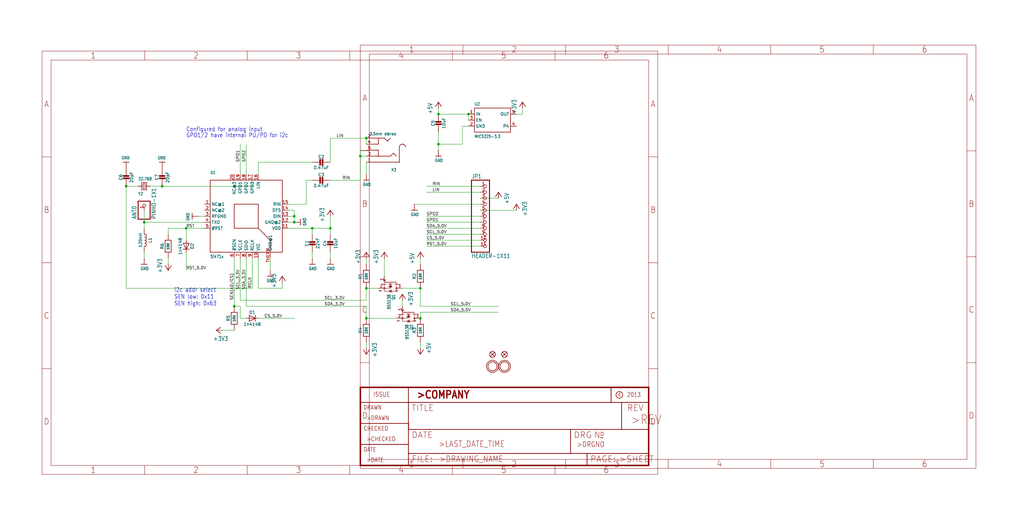
<source format=kicad_sch>
(kicad_sch (version 20211123) (generator eeschema)
  (paper "User" 433.07 220.421)
  (lib_symbols
    (symbol "schematicEagle-eagle-import:+3V3" (power)
      (property "Value" "+3V3" (at -2.54 -5.08 90))
      (symbol "+3V3_1_0"
        (polyline (pts (xy 0 0) (xy -1.27 -1.905)) (stroke (width 0.254)))
        (polyline (pts (xy 1.27 -1.905) (xy 0 0)) (stroke (width 0.254)))
        (pin power_in line (at 0 -2.54 90) (length 2.54) (name "+3V3") (number "1"))
      )
    )
    (symbol "schematicEagle-eagle-import:+5V" (power)
      (property "Value" "+5V" (at -2.54 -5.08 90))
      (symbol "+5V_1_0"
        (polyline (pts (xy 0 0) (xy -1.27 -1.905)) (stroke (width 0.254)))
        (polyline (pts (xy 1.27 -1.905) (xy 0 0)) (stroke (width 0.254)))
        (pin power_in line (at 0 -2.54 90) (length 2.54) (name "+5V") (number "1"))
      )
    )
    (symbol "schematicEagle-eagle-import:AUDIO_3.5MMJACK"
      (property "Reference" "X" (at -5.08 7.62 0))
      (property "Value" "AUDIO_3.5MMJACK" (at -5.08 -7.62 0))
      (symbol "AUDIO_3.5MMJACK_1_0"
        (arc (start -8.89 -1.27) (mid -8.518 -2.168) (end -7.62 -2.54) (stroke (width 0.254)))
        (arc (start -7.62 -2.54) (mid -6.722 -2.168) (end -6.35 -1.27) (stroke (width 0.254)))
        (polyline (pts (xy -6.35 5.08) (xy -6.35 -1.27)) (stroke (width 0.254)))
        (polyline (pts (xy -3.81 1.27) (xy -5.08 2.54)) (stroke (width 0.254)))
        (polyline (pts (xy -2.54 2.54) (xy -3.81 1.27)) (stroke (width 0.254)))
        (polyline (pts (xy -1.27 -3.81) (xy -2.54 -5.08)) (stroke (width 0.254)))
        (polyline (pts (xy 0 -5.08) (xy -1.27 -3.81)) (stroke (width 0.254)))
        (polyline (pts (xy 2.54 -5.08) (xy 0 -5.08)) (stroke (width 0.254)))
        (polyline (pts (xy 2.54 -2.54) (xy 2.54 -5.08)) (stroke (width 0.254)))
        (polyline (pts (xy 2.54 0) (xy 2.54 2.54)) (stroke (width 0.254)))
        (polyline (pts (xy 2.54 2.54) (xy -2.54 2.54)) (stroke (width 0.254)))
        (polyline (pts (xy 5.08 -5.08) (xy 2.54 -5.08)) (stroke (width 0.254)))
        (polyline (pts (xy 5.08 -2.54) (xy 2.54 -2.54)) (stroke (width 0.254)))
        (polyline (pts (xy 5.08 0) (xy 2.54 0)) (stroke (width 0.254)))
        (polyline (pts (xy 5.08 2.54) (xy 2.54 2.54)) (stroke (width 0.254)))
        (polyline (pts (xy 5.08 5.08) (xy -6.35 5.08)) (stroke (width 0.254)))
        (pin bidirectional line (at 7.62 5.08 180) (length 2.54) (name "P$1") (number "1"))
        (pin bidirectional line (at 7.62 -5.08 180) (length 2.54) (name "P$5") (number "2"))
        (pin bidirectional line (at 7.62 2.54 180) (length 2.54) (name "P$2") (number "3"))
        (pin bidirectional line (at 7.62 -2.54 180) (length 2.54) (name "P$4") (number "4"))
        (pin bidirectional line (at 7.62 0 180) (length 2.54) (name "P$3") (number "5"))
      )
    )
    (symbol "schematicEagle-eagle-import:CAP_CERAMIC0805-NOOUTLINE"
      (property "Reference" "C" (at -2.29 1.25 90))
      (property "Value" "CAP_CERAMIC0805-NOOUTLINE" (at 2.3 1.25 90))
      (symbol "CAP_CERAMIC0805-NOOUTLINE_1_0"
        (rectangle (start -1.27 0.508) (end 1.27 1.016) (fill (type outline)))
        (rectangle (start -1.27 1.524) (end 1.27 2.032) (fill (type outline)))
        (polyline (pts (xy 0 0.762) (xy 0 0)) (stroke (width 0.1524)))
        (polyline (pts (xy 0 2.54) (xy 0 1.778)) (stroke (width 0.1524)))
        (pin passive line (at 0 5.08 270) (length 2.54) (name "1") (number "1"))
        (pin passive line (at 0 -2.54 90) (length 2.54) (name "2") (number "2"))
      )
    )
    (symbol "schematicEagle-eagle-import:CRYSTAL8.0X3.8"
      (property "Reference" "Y" (at -2.54 2.54 0))
      (property "Value" "CRYSTAL8.0X3.8" (at -2.54 -3.81 0))
      (symbol "CRYSTAL8.0X3.8_1_0"
        (polyline (pts (xy -2.54 0) (xy -1.016 0)) (stroke (width 0.254)))
        (polyline (pts (xy -1.016 0) (xy -1.016 -1.778)) (stroke (width 0.254)))
        (polyline (pts (xy -1.016 1.778) (xy -1.016 0)) (stroke (width 0.254)))
        (polyline (pts (xy -0.381 -1.524) (xy 0.381 -1.524)) (stroke (width 0.254)))
        (polyline (pts (xy -0.381 1.524) (xy -0.381 -1.524)) (stroke (width 0.254)))
        (polyline (pts (xy 0.381 -1.524) (xy 0.381 1.524)) (stroke (width 0.254)))
        (polyline (pts (xy 0.381 1.524) (xy -0.381 1.524)) (stroke (width 0.254)))
        (polyline (pts (xy 1.016 0) (xy 1.016 -1.778)) (stroke (width 0.254)))
        (polyline (pts (xy 1.016 1.778) (xy 1.016 0)) (stroke (width 0.254)))
        (polyline (pts (xy 2.54 0) (xy 1.016 0)) (stroke (width 0.254)))
        (pin passive line (at -2.54 0 0) (length 0) (name "1") (number "P$1"))
        (pin passive line (at 2.54 0 180) (length 0) (name "2") (number "P$4"))
      )
    )
    (symbol "schematicEagle-eagle-import:DIODESOD-323"
      (property "Reference" "D" (at 0 2.54 0))
      (property "Value" "DIODESOD-323" (at 0 -2.5 0))
      (symbol "DIODESOD-323_1_0"
        (polyline (pts (xy -1.27 -1.27) (xy 1.27 0)) (stroke (width 0.254)))
        (polyline (pts (xy -1.27 1.27) (xy -1.27 -1.27)) (stroke (width 0.254)))
        (polyline (pts (xy 1.27 0) (xy -1.27 1.27)) (stroke (width 0.254)))
        (polyline (pts (xy 1.27 0) (xy 1.27 -1.27)) (stroke (width 0.254)))
        (polyline (pts (xy 1.27 1.27) (xy 1.27 0)) (stroke (width 0.254)))
        (pin passive line (at -2.54 0 0) (length 2.54) (name "A") (number "A"))
        (pin passive line (at 2.54 0 180) (length 2.54) (name "C") (number "C"))
      )
    )
    (symbol "schematicEagle-eagle-import:FIDUCIAL{dblquote}{dblquote}"
      (symbol "FIDUCIAL{dblquote}{dblquote}_1_0"
        (polyline (pts (xy -0.762 0.762) (xy 0.762 -0.762)) (stroke (width 0.254)))
        (polyline (pts (xy 0.762 0.762) (xy -0.762 -0.762)) (stroke (width 0.254)))
        (circle (center 0 0) (radius 1.27) (stroke (width 0.254)))
      )
    )
    (symbol "schematicEagle-eagle-import:FRAME_A4"
      (symbol "FRAME_A4_0_0"
        (polyline (pts (xy 0 44.7675) (xy 3.81 44.7675)))
        (polyline (pts (xy 0 89.535) (xy 3.81 89.535)))
        (polyline (pts (xy 0 134.3025) (xy 3.81 134.3025)))
        (polyline (pts (xy 3.81 3.81) (xy 3.81 175.26)))
        (polyline (pts (xy 43.3917 0) (xy 43.3917 3.81)))
        (polyline (pts (xy 43.3917 175.26) (xy 43.3917 179.07)))
        (polyline (pts (xy 86.7833 0) (xy 86.7833 3.81)))
        (polyline (pts (xy 86.7833 175.26) (xy 86.7833 179.07)))
        (polyline (pts (xy 130.175 0) (xy 130.175 3.81)))
        (polyline (pts (xy 130.175 175.26) (xy 130.175 179.07)))
        (polyline (pts (xy 173.5667 0) (xy 173.5667 3.81)))
        (polyline (pts (xy 173.5667 175.26) (xy 173.5667 179.07)))
        (polyline (pts (xy 216.9583 0) (xy 216.9583 3.81)))
        (polyline (pts (xy 216.9583 175.26) (xy 216.9583 179.07)))
        (polyline (pts (xy 256.54 3.81) (xy 3.81 3.81)))
        (polyline (pts (xy 256.54 3.81) (xy 256.54 175.26)))
        (polyline (pts (xy 256.54 44.7675) (xy 260.35 44.7675)))
        (polyline (pts (xy 256.54 89.535) (xy 260.35 89.535)))
        (polyline (pts (xy 256.54 134.3025) (xy 260.35 134.3025)))
        (polyline (pts (xy 256.54 175.26) (xy 3.81 175.26)))
        (polyline (pts (xy 0 0) (xy 260.35 0) (xy 260.35 179.07) (xy 0 179.07) (xy 0 0)))
        (text "1" (at 21.6958 1.905 0) (effects (font (size 2.54 2.286))))
        (text "1" (at 21.6958 177.165 0) (effects (font (size 2.54 2.286))))
        (text "2" (at 65.0875 1.905 0) (effects (font (size 2.54 2.286))))
        (text "2" (at 65.0875 177.165 0) (effects (font (size 2.54 2.286))))
        (text "3" (at 108.4792 1.905 0) (effects (font (size 2.54 2.286))))
        (text "3" (at 108.4792 177.165 0) (effects (font (size 2.54 2.286))))
        (text "4" (at 151.8708 1.905 0) (effects (font (size 2.54 2.286))))
        (text "4" (at 151.8708 177.165 0) (effects (font (size 2.54 2.286))))
        (text "5" (at 195.2625 1.905 0) (effects (font (size 2.54 2.286))))
        (text "5" (at 195.2625 177.165 0) (effects (font (size 2.54 2.286))))
        (text "6" (at 238.6542 1.905 0) (effects (font (size 2.54 2.286))))
        (text "6" (at 238.6542 177.165 0) (effects (font (size 2.54 2.286))))
        (text "A" (at 1.905 156.6863 0) (effects (font (size 2.54 2.286))))
        (text "A" (at 258.445 156.6863 0) (effects (font (size 2.54 2.286))))
        (text "B" (at 1.905 111.9188 0) (effects (font (size 2.54 2.286))))
        (text "B" (at 258.445 111.9188 0) (effects (font (size 2.54 2.286))))
        (text "C" (at 1.905 67.1513 0) (effects (font (size 2.54 2.286))))
        (text "C" (at 258.445 67.1513 0) (effects (font (size 2.54 2.286))))
        (text "D" (at 1.905 22.3838 0) (effects (font (size 2.54 2.286))))
        (text "D" (at 258.445 22.3838 0) (effects (font (size 2.54 2.286))))
      )
      (symbol "FRAME_A4_1_0"
        (polyline (pts (xy 256.54 3.81) (xy 256.54 8.89)) (stroke (width 0.1016)))
        (polyline (pts (xy 256.54 8.89) (xy 256.54 13.97)) (stroke (width 0.1016)))
        (polyline (pts (xy 256.54 13.97) (xy 256.54 19.05)) (stroke (width 0.1016)))
        (polyline (pts (xy 256.54 19.05) (xy 256.54 36.83)) (stroke (width 0.1016)))
      )
      (symbol "FRAME_A4_2_0"
        (polyline (pts (xy 1.27 -6.35) (xy 1.27 0)) (stroke (width 0.1016)))
        (polyline (pts (xy 1.27 0) (xy 82.55 0)) (stroke (width 0.1016)))
        (polyline (pts (xy 82.55 -6.35) (xy 1.27 -6.35)) (stroke (width 0.1016)))
        (polyline (pts (xy 82.55 0) (xy 82.55 -6.35)) (stroke (width 0.1016)))
        (text "PART OR WHOLE IS STRICTLY PROHIBITED WITHOUT WRITTEN PERMISSION!" (at 3.81 -5.08 0) (effects (font (size 1.27 1.0795)) (justify left bottom)))
        (text "PROPRIETARY" (at 3.81 -10.16 0) (effects (font (size 2.54 2.159) (thickness 0.4318) bold) (justify left bottom)))
        (text "THIS DRAWING CONTAINS CONFIDENTIAL INFORMATION. ANY REPRODUCTION IN" (at 3.81 -2.794 0) (effects (font (size 1.27 1.0795)) (justify left bottom)))
      )
      (symbol "FRAME_A4_3_0"
        (polyline (pts (xy 0 1.27) (xy 20.32 1.27)) (stroke (width 0.6096)))
        (polyline (pts (xy 0 10.16) (xy 0 1.27)) (stroke (width 0.6096)))
        (polyline (pts (xy 0 10.16) (xy 20.32 10.16)) (stroke (width 0.3048)))
        (polyline (pts (xy 0 19.05) (xy 0 10.16)) (stroke (width 0.6096)))
        (polyline (pts (xy 0 19.05) (xy 20.32 19.05)) (stroke (width 0.3048)))
        (polyline (pts (xy 0 27.94) (xy 0 19.05)) (stroke (width 0.6096)))
        (polyline (pts (xy 0 27.94) (xy 20.32 27.94)) (stroke (width 0.3048)))
        (polyline (pts (xy 0 34.29) (xy 0 27.94)) (stroke (width 0.6096)))
        (polyline (pts (xy 20.32 1.27) (xy 20.32 6.35)) (stroke (width 0.3048)))
        (polyline (pts (xy 20.32 1.27) (xy 95.885 1.27)) (stroke (width 0.6096)))
        (polyline (pts (xy 20.32 6.35) (xy 20.32 10.16)) (stroke (width 0.3048)))
        (polyline (pts (xy 20.32 6.35) (xy 88.9 6.35)) (stroke (width 0.3048)))
        (polyline (pts (xy 20.32 10.16) (xy 20.32 19.05)) (stroke (width 0.3048)))
        (polyline (pts (xy 20.32 16.51) (xy 20.32 19.05)) (stroke (width 0.3048)))
        (polyline (pts (xy 20.32 19.05) (xy 20.32 27.94)) (stroke (width 0.3048)))
        (polyline (pts (xy 20.32 27.94) (xy 20.32 34.29)) (stroke (width 0.3048)))
        (polyline (pts (xy 20.32 27.94) (xy 65.0875 27.94)) (stroke (width 0.3048)))
        (polyline (pts (xy 20.32 34.29) (xy 0 34.29)) (stroke (width 0.6096)))
        (polyline (pts (xy 65.0875 27.94) (xy 106.045 27.94)) (stroke (width 0.3048)))
        (polyline (pts (xy 65.0875 34.29) (xy 20.32 34.29)) (stroke (width 0.6096)))
        (polyline (pts (xy 88.9 6.35) (xy 95.885 6.35)) (stroke (width 0.3048)))
        (polyline (pts (xy 88.9 16.51) (xy 20.32 16.51)) (stroke (width 0.3048)))
        (polyline (pts (xy 88.9 16.51) (xy 88.9 6.35)) (stroke (width 0.3048)))
        (polyline (pts (xy 95.885 1.27) (xy 121.92 1.27)) (stroke (width 0.6096)))
        (polyline (pts (xy 95.885 6.35) (xy 95.885 1.27)) (stroke (width 0.3048)))
        (polyline (pts (xy 95.885 6.35) (xy 121.92 6.35)) (stroke (width 0.3048)))
        (polyline (pts (xy 101.6 13.0175) (xy 102.5525 13.0175)) (stroke (width 0.254)))
        (polyline (pts (xy 106.045 27.94) (xy 106.045 34.29)) (stroke (width 0.3048)))
        (polyline (pts (xy 106.045 27.94) (xy 110.49 27.94)) (stroke (width 0.3048)))
        (polyline (pts (xy 106.045 34.29) (xy 65.0875 34.29)) (stroke (width 0.6096)))
        (polyline (pts (xy 110.49 16.51) (xy 88.9 16.51)) (stroke (width 0.3048)))
        (polyline (pts (xy 110.49 27.94) (xy 110.49 16.51)) (stroke (width 0.3048)))
        (polyline (pts (xy 110.49 27.94) (xy 113.03 27.94)) (stroke (width 0.3048)))
        (polyline (pts (xy 113.03 27.94) (xy 121.92 27.94)) (stroke (width 0.3048)))
        (polyline (pts (xy 113.03 34.29) (xy 106.045 34.29)) (stroke (width 0.6096)))
        (polyline (pts (xy 121.92 6.35) (xy 121.92 1.27)) (stroke (width 0.6096)))
        (polyline (pts (xy 121.92 16.51) (xy 110.49 16.51)) (stroke (width 0.3048)))
        (polyline (pts (xy 121.92 16.51) (xy 121.92 6.35)) (stroke (width 0.6096)))
        (polyline (pts (xy 121.92 27.94) (xy 121.92 16.51)) (stroke (width 0.6096)))
        (polyline (pts (xy 121.92 34.29) (xy 113.03 34.29)) (stroke (width 0.6096)))
        (polyline (pts (xy 121.92 34.29) (xy 121.92 27.94)) (stroke (width 0.6096)))
        (circle (center 109.5375 31.115) (radius 1.4199) (stroke (width 0.254)))
        (text "2013" (at 112.7125 30.1625 0) (effects (font (size 1.778 1.5113)) (justify left bottom)))
        (text ">CHECKED" (at 2.54 11.43 0) (effects (font (size 1.778 1.5113)) (justify left bottom)))
        (text ">COMPANY" (at 23.6538 29.3687 0) (effects (font (size 3.175 2.6987) (thickness 0.5397) bold) (justify left bottom)))
        (text ">DATE" (at 2.54 2.54 0) (effects (font (size 1.778 1.5113)) (justify left bottom)))
        (text ">DRAWING_NAME" (at 33.3375 2.54 0) (effects (font (size 2.54 2.159)) (justify left bottom)))
        (text ">DRAWN" (at 2.54 20.32 0) (effects (font (size 1.778 1.5113)) (justify left bottom)))
        (text ">DRGNO" (at 91.44 8.89 0) (effects (font (size 2.1844 1.8567)) (justify left bottom)))
        (text ">LAST_DATE_TIME" (at 33.02 8.89 0) (effects (font (size 2.54 2.159)) (justify left bottom)))
        (text ">REV" (at 114.3 18.415 0) (effects (font (size 3.81 3.2385)) (justify left bottom)))
        (text ">SHEET" (at 109.22 2.54 0) (effects (font (size 2.54 2.54)) (justify left bottom)))
        (text "C" (at 109.0612 30.48 0) (effects (font (size 1.27 1.0795)) (justify left bottom)))
        (text "CHECKED" (at 1.27 15.875 0) (effects (font (size 1.778 1.5113)) (justify left bottom)))
        (text "DATE" (at 1.27 6.985 0) (effects (font (size 1.778 1.5113)) (justify left bottom)))
        (text "DATE" (at 21.59 12.7 0) (effects (font (size 2.54 2.54)) (justify left bottom)))
        (text "DRAWN" (at 1.27 24.765 0) (effects (font (size 1.778 1.5113)) (justify left bottom)))
        (text "DRG" (at 90.17 12.7 0) (effects (font (size 2.54 2.54)) (justify left bottom)))
        (text "FILE:" (at 21.59 2.54 0) (effects (font (size 2.54 2.54)) (justify left bottom)))
        (text "ISSUE" (at 5.3975 30.1625 0) (effects (font (size 1.9304 1.6408)) (justify left bottom)))
        (text "N" (at 98.7425 12.7 0) (effects (font (size 2.54 2.54)) (justify left bottom)))
        (text "o" (at 101.2825 13.6525 0) (effects (font (size 2.1844 1.8567)) (justify left bottom)))
        (text "PAGE:" (at 97.155 2.54 0) (effects (font (size 2.54 2.54)) (justify left bottom)))
        (text "REV" (at 112.7125 24.13 0) (effects (font (size 2.54 2.54)) (justify left bottom)))
        (text "TITLE" (at 21.59 24.13 0) (effects (font (size 2.54 2.54)) (justify left bottom)))
      )
    )
    (symbol "schematicEagle-eagle-import:GND" (power)
      (property "Value" "GND" (at -1.524 -2.54 0))
      (symbol "GND_1_0"
        (polyline (pts (xy -1.27 0) (xy 1.27 0)) (stroke (width 0.254)))
        (pin power_in line (at 0 2.54 270) (length 2.54) (name "GND") (number "1"))
      )
    )
    (symbol "schematicEagle-eagle-import:HEADER-1X11"
      (property "Reference" "JP" (at -6.35 15.875 0))
      (property "Value" "HEADER-1X11" (at -6.35 -17.78 0))
      (symbol "HEADER-1X11_1_0"
        (polyline (pts (xy -6.35 -15.24) (xy 1.27 -15.24)) (stroke (width 0.4064)))
        (polyline (pts (xy -6.35 15.24) (xy -6.35 -15.24)) (stroke (width 0.4064)))
        (polyline (pts (xy 1.27 -15.24) (xy 1.27 15.24)) (stroke (width 0.4064)))
        (polyline (pts (xy 1.27 15.24) (xy -6.35 15.24)) (stroke (width 0.4064)))
        (pin passive inverted (at -2.54 12.7 0) (length 2.54) (name "1") (number "1"))
        (pin passive inverted (at -2.54 -10.16 0) (length 2.54) (name "10") (number "10"))
        (pin passive inverted (at -2.54 -12.7 0) (length 2.54) (name "11") (number "11"))
        (pin passive inverted (at -2.54 10.16 0) (length 2.54) (name "2") (number "2"))
        (pin passive inverted (at -2.54 7.62 0) (length 2.54) (name "3") (number "3"))
        (pin passive inverted (at -2.54 5.08 0) (length 2.54) (name "4") (number "4"))
        (pin passive inverted (at -2.54 2.54 0) (length 2.54) (name "5") (number "5"))
        (pin passive inverted (at -2.54 0 0) (length 2.54) (name "6") (number "6"))
        (pin passive inverted (at -2.54 -2.54 0) (length 2.54) (name "7") (number "7"))
        (pin passive inverted (at -2.54 -5.08 0) (length 2.54) (name "8") (number "8"))
        (pin passive inverted (at -2.54 -7.62 0) (length 2.54) (name "9") (number "9"))
      )
    )
    (symbol "schematicEagle-eagle-import:INDUCTOR_0805"
      (property "Reference" "L" (at 0 2.54 0))
      (property "Value" "INDUCTOR_0805" (at 0 -1.54 0))
      (symbol "INDUCTOR_0805_1_0"
        (arc (start -1.27 0.3175) (mid -1.905 0.9524) (end -2.54 0.3175) (stroke (width 0.254)))
        (polyline (pts (xy -2.54 0.3175) (xy -2.54 0)) (stroke (width 0.254)))
        (polyline (pts (xy 2.54 0.3175) (xy 2.54 0)) (stroke (width 0.254)))
        (arc (start 0 0.3175) (mid -0.635 0.9524) (end -1.27 0.3175) (stroke (width 0.254)))
        (arc (start 1.27 0.3175) (mid 0.635 0.9524) (end 0 0.3175) (stroke (width 0.254)))
        (arc (start 2.54 0.3175) (mid 1.905 0.9524) (end 1.27 0.3175) (stroke (width 0.254)))
        (pin passive line (at -5.08 0 0) (length 2.54) (name "1") (number "1"))
        (pin passive line (at 5.08 0 180) (length 2.54) (name "2") (number "2"))
      )
    )
    (symbol "schematicEagle-eagle-import:MOSFET-NREFLOW"
      (property "Reference" "Q" (at 5.08 0.635 0))
      (property "Value" "MOSFET-NREFLOW" (at 5.08 -1.27 0))
      (symbol "MOSFET-NREFLOW_1_0"
        (polyline (pts (xy 0 2.54) (xy 0 -2.54)) (stroke (width 0.254)))
        (polyline (pts (xy 0.762 -2.54) (xy 0.762 -3.175)) (stroke (width 0.254)))
        (polyline (pts (xy 0.762 -1.905) (xy 0.762 -2.54)) (stroke (width 0.254)))
        (polyline (pts (xy 0.762 0) (xy 0.762 -0.762)) (stroke (width 0.254)))
        (polyline (pts (xy 0.762 0) (xy 2.54 0)) (stroke (width 0.1524)))
        (polyline (pts (xy 0.762 0.762) (xy 0.762 0)) (stroke (width 0.254)))
        (polyline (pts (xy 0.762 2.54) (xy 0.762 1.905)) (stroke (width 0.254)))
        (polyline (pts (xy 0.762 2.54) (xy 3.81 2.54)) (stroke (width 0.1524)))
        (polyline (pts (xy 0.762 3.175) (xy 0.762 2.54)) (stroke (width 0.254)))
        (polyline (pts (xy 2.54 -2.54) (xy 0.762 -2.54)) (stroke (width 0.1524)))
        (polyline (pts (xy 2.54 -2.54) (xy 3.81 -2.54)) (stroke (width 0.1524)))
        (polyline (pts (xy 2.54 0) (xy 2.54 -2.54)) (stroke (width 0.1524)))
        (polyline (pts (xy 3.302 0.508) (xy 3.048 0.254)) (stroke (width 0.1524)))
        (polyline (pts (xy 3.81 0.508) (xy 3.302 0.508)) (stroke (width 0.1524)))
        (polyline (pts (xy 3.81 0.508) (xy 3.81 -2.54)) (stroke (width 0.1524)))
        (polyline (pts (xy 3.81 2.54) (xy 3.81 0.508)) (stroke (width 0.1524)))
        (polyline (pts (xy 4.318 0.508) (xy 3.81 0.508)) (stroke (width 0.1524)))
        (polyline (pts (xy 4.572 0.762) (xy 4.318 0.508)) (stroke (width 0.1524)))
        (polyline (pts (xy 1.016 0) (xy 2.032 0.762) (xy 2.032 -0.762)) (fill (type outline)))
        (polyline (pts (xy 3.81 0.508) (xy 3.302 -0.254) (xy 4.318 -0.254)) (fill (type outline)))
        (circle (center 2.54 -2.54) (radius 0.3592))
        (circle (center 2.54 2.54) (radius 0.3592))
        (text "D" (at 3.175 3.175 0) (effects (font (size 0.8128 0.6908)) (justify left bottom)))
        (text "G" (at -1.27 -1.905 0) (effects (font (size 0.8128 0.6908)) (justify left bottom)))
        (text "S" (at 3.175 -3.81 0) (effects (font (size 0.8128 0.6908)) (justify left bottom)))
        (pin bidirectional line (at -2.54 -2.54 0) (length 2.54) (name "G") (number "1"))
        (pin bidirectional line (at 2.54 -5.08 90) (length 2.54) (name "S") (number "2"))
        (pin bidirectional line (at 2.54 5.08 270) (length 2.54) (name "D") (number "3"))
      )
    )
    (symbol "schematicEagle-eagle-import:MOUNTINGHOLE2.5"
      (symbol "MOUNTINGHOLE2.5_1_0"
        (circle (center 0 0) (radius 1.905) (stroke (width 0.254)))
        (circle (center 0 0) (radius 2.54) (stroke (width 0.254)))
      )
    )
    (symbol "schematicEagle-eagle-import:PINHD-1X1"
      (property "Reference" "JP" (at -6.35 3.175 0))
      (property "Value" "PINHD-1X1" (at -6.35 -5.08 0))
      (symbol "PINHD-1X1_1_0"
        (polyline (pts (xy -6.35 -2.54) (xy 1.27 -2.54)) (stroke (width 0.4064)))
        (polyline (pts (xy -6.35 2.54) (xy -6.35 -2.54)) (stroke (width 0.4064)))
        (polyline (pts (xy 1.27 -2.54) (xy 1.27 2.54)) (stroke (width 0.4064)))
        (polyline (pts (xy 1.27 2.54) (xy -6.35 2.54)) (stroke (width 0.4064)))
        (pin passive inverted (at -2.54 0 0) (length 2.54) (name "1") (number "1"))
      )
    )
    (symbol "schematicEagle-eagle-import:RESISTOR0805_NOOUTLINE"
      (property "Reference" "R" (at 0 2.54 0))
      (property "Value" "RESISTOR0805_NOOUTLINE" (at 0 0 0))
      (symbol "RESISTOR0805_NOOUTLINE_1_0"
        (polyline (pts (xy -2.54 -1.27) (xy -2.54 1.27)) (stroke (width 0.254)))
        (polyline (pts (xy -2.54 1.27) (xy 2.54 1.27)) (stroke (width 0.254)))
        (polyline (pts (xy 2.54 -1.27) (xy -2.54 -1.27)) (stroke (width 0.254)))
        (polyline (pts (xy 2.54 1.27) (xy 2.54 -1.27)) (stroke (width 0.254)))
        (pin passive line (at -5.08 0 0) (length 2.54) (name "1") (number "1"))
        (pin passive line (at 5.08 0 180) (length 2.54) (name "2") (number "2"))
      )
    )
    (symbol "schematicEagle-eagle-import:RESISTOR_0805MP"
      (property "Reference" "R" (at 0 2.54 0))
      (property "Value" "RESISTOR_0805MP" (at 0 0 0))
      (symbol "RESISTOR_0805MP_1_0"
        (polyline (pts (xy -2.54 -1.27) (xy -2.54 1.27)) (stroke (width 0.254)))
        (polyline (pts (xy -2.54 1.27) (xy 2.54 1.27)) (stroke (width 0.254)))
        (polyline (pts (xy 2.54 -1.27) (xy -2.54 -1.27)) (stroke (width 0.254)))
        (polyline (pts (xy 2.54 1.27) (xy 2.54 -1.27)) (stroke (width 0.254)))
        (pin passive line (at -5.08 0 0) (length 2.54) (name "1") (number "1"))
        (pin passive line (at 5.08 0 180) (length 2.54) (name "2") (number "2"))
      )
    )
    (symbol "schematicEagle-eagle-import:SI471X"
      (property "Reference" "U" (at -15.24 17.78 0))
      (property "Value" "SI471X" (at -15.24 -17.78 0))
      (symbol "SI471X_1_0"
        (polyline (pts (xy -15.24 -15.24) (xy -15.24 15.24)) (stroke (width 0.254)))
        (polyline (pts (xy -15.24 15.24) (xy 15.24 15.24)) (stroke (width 0.254)))
        (polyline (pts (xy -5.08 -5.08) (xy -5.08 5.08)) (stroke (width 0.254)))
        (polyline (pts (xy -5.08 5.08) (xy 5.08 5.08)) (stroke (width 0.254)))
        (polyline (pts (xy 5.08 -5.08) (xy -5.08 -5.08)) (stroke (width 0.254)))
        (polyline (pts (xy 5.08 -5.08) (xy 10.16 -10.16)) (stroke (width 0.254)))
        (polyline (pts (xy 5.08 5.08) (xy 5.08 -5.08)) (stroke (width 0.254)))
        (polyline (pts (xy 10.16 -10.16) (xy 10.16 -15.24)) (stroke (width 0.254)))
        (polyline (pts (xy 15.24 -15.24) (xy -15.24 -15.24)) (stroke (width 0.254)))
        (polyline (pts (xy 15.24 15.24) (xy 15.24 -15.24)) (stroke (width 0.254)))
        (pin bidirectional line (at -17.78 5.08 0) (length 2.54) (name "NC@1") (number "1"))
        (pin bidirectional line (at 5.08 -17.78 90) (length 2.54) (name "VIO") (number "10"))
        (pin bidirectional line (at 17.78 -5.08 180) (length 2.54) (name "VDD") (number "11"))
        (pin bidirectional line (at 17.78 -2.54 180) (length 2.54) (name "GND@2") (number "12"))
        (pin bidirectional line (at 17.78 0 180) (length 2.54) (name "DIN") (number "13"))
        (pin bidirectional line (at 17.78 2.54 180) (length 2.54) (name "DFS") (number "14"))
        (pin bidirectional line (at 17.78 5.08 180) (length 2.54) (name "RIN") (number "15"))
        (pin bidirectional line (at 5.08 17.78 270) (length 2.54) (name "LIN") (number "16"))
        (pin bidirectional line (at 2.54 17.78 270) (length 2.54) (name "GPO3") (number "17"))
        (pin bidirectional line (at 0 17.78 270) (length 2.54) (name "GPO2") (number "18"))
        (pin bidirectional line (at -2.54 17.78 270) (length 2.54) (name "GPO1") (number "19"))
        (pin bidirectional line (at -17.78 2.54 0) (length 2.54) (name "NC@2") (number "2"))
        (pin bidirectional line (at -5.08 17.78 270) (length 2.54) (name "NC@3") (number "20"))
        (pin bidirectional line (at -17.78 0 0) (length 2.54) (name "RFGND") (number "3"))
        (pin bidirectional line (at -17.78 -2.54 0) (length 2.54) (name "TXO") (number "4"))
        (pin bidirectional line (at -17.78 -5.08 0) (length 2.54) (name "#RST") (number "5"))
        (pin bidirectional line (at -5.08 -17.78 90) (length 2.54) (name "#SEN") (number "6"))
        (pin bidirectional line (at -2.54 -17.78 90) (length 2.54) (name "SCLK") (number "7"))
        (pin bidirectional line (at 0 -17.78 90) (length 2.54) (name "SDIO") (number "8"))
        (pin bidirectional line (at 2.54 -17.78 90) (length 2.54) (name "RCLK") (number "9"))
        (pin bidirectional line (at 10.16 -17.78 90) (length 2.54) (name "GND@1") (number "THERM"))
      )
    )
    (symbol "schematicEagle-eagle-import:VREG_SOT23-5"
      (property "Reference" "U" (at -7.62 6.096 0))
      (property "Value" "VREG_SOT23-5" (at -7.62 -7.62 0))
      (symbol "VREG_SOT23-5_1_0"
        (polyline (pts (xy -7.62 -5.08) (xy -7.62 5.08)) (stroke (width 0.254)))
        (polyline (pts (xy -7.62 5.08) (xy 7.62 5.08)) (stroke (width 0.254)))
        (polyline (pts (xy 7.62 -5.08) (xy -7.62 -5.08)) (stroke (width 0.254)))
        (polyline (pts (xy 7.62 5.08) (xy 7.62 -5.08)) (stroke (width 0.254)))
        (pin power_in line (at -10.16 2.54 0) (length 2.54) (name "IN") (number "1"))
        (pin power_in line (at -10.16 -2.54 0) (length 2.54) (name "GND") (number "2"))
        (pin input line (at -10.16 0 0) (length 2.54) (name "EN") (number "3"))
        (pin bidirectional line (at 10.16 -2.54 180) (length 2.54) (name "P4") (number "4"))
        (pin power_in line (at 10.16 2.54 180) (length 2.54) (name "OUT") (number "5"))
      )
    )
  )
  (junction (at 152.4 66.04))
  (junction (at 53.34 78.74))
  (junction (at 78.74 96.52))
  (junction (at 99.06 129.54))
  (junction (at 177.8 121.92))
  (junction (at 154.94 121.92))
  (junction (at 154.94 134.62))
  (junction (at 198.12 48.26))
  (junction (at 68.58 78.74))
  (junction (at 177.8 134.62))
  (junction (at 154.94 58.42))
  (junction (at 185.42 60.96))
  (junction (at 60.96 93.98))
  (junction (at 139.7 96.52))
  (junction (at 132.08 96.52))
  (junction (at 124.46 91.44))
  (junction (at 124.46 93.98))
  (junction (at 185.42 48.26))
  (wire (pts (xy 154.94 121.92) (xy 160.02 121.92)))
  (wire (pts (xy 203.2 104.14) (xy 180.34 104.14)))
  (wire (pts (xy 86.36 91.44) (xy 83.82 91.44)))
  (wire (pts (xy 180.34 96.52) (xy 203.2 96.52)))
  (wire (pts (xy 129.54 76.2) (xy 132.08 76.2)))
  (wire (pts (xy 203.2 83.82) (xy 210.82 83.82)))
  (wire (pts (xy 170.18 121.92) (xy 177.8 121.92)))
  (wire (pts (xy 203.2 99.06) (xy 180.34 99.06)))
  (wire (pts (xy 109.22 121.92) (xy 119.38 121.92)))
  (wire (pts (xy 101.6 109.22) (xy 101.6 127)))
  (wire (pts (xy 60.96 106.68) (xy 60.96 109.22)))
  (wire (pts (xy 154.94 66.04) (xy 152.4 66.04)))
  (wire (pts (xy 177.8 134.62) (xy 177.8 132.08)))
  (wire (pts (xy 132.08 96.52) (xy 139.7 96.52)))
  (wire (pts (xy 78.74 106.68) (xy 78.74 114.3)))
  (wire (pts (xy 114.3 109.22) (xy 114.3 114.3)))
  (wire (pts (xy 60.96 88.9) (xy 60.96 93.98)))
  (wire (pts (xy 139.7 68.58) (xy 139.7 58.42)))
  (wire (pts (xy 53.34 78.74) (xy 58.42 78.74)))
  (wire (pts (xy 109.22 109.22) (xy 109.22 121.92)))
  (wire (pts (xy 106.68 78.74) (xy 106.68 73.66)))
  (wire (pts (xy 154.94 58.42) (xy 154.94 60.96)))
  (wire (pts (xy 220.98 48.26) (xy 220.98 45.72)))
  (wire (pts (xy 177.8 121.92) (xy 177.8 129.54)))
  (wire (pts (xy 132.08 96.52) (xy 132.08 99.06)))
  (wire (pts (xy 154.94 109.22) (xy 154.94 111.76)))
  (wire (pts (xy 106.68 121.92) (xy 53.34 121.92)))
  (wire (pts (xy 154.94 127) (xy 154.94 121.92)))
  (wire (pts (xy 203.2 78.74) (xy 180.34 78.74)))
  (wire (pts (xy 185.42 60.96) (xy 185.42 63.5)))
  (wire (pts (xy 203.2 101.6) (xy 180.34 101.6)))
  (wire (pts (xy 139.7 76.2) (xy 152.4 76.2)))
  (wire (pts (xy 124.46 88.9) (xy 124.46 91.44)))
  (wire (pts (xy 139.7 58.42) (xy 154.94 58.42)))
  (wire (pts (xy 154.94 127) (xy 101.6 127)))
  (wire (pts (xy 185.42 45.72) (xy 185.42 48.26)))
  (wire (pts (xy 203.2 86.36) (xy 175.26 86.36)))
  (wire (pts (xy 195.58 60.96) (xy 185.42 60.96)))
  (wire (pts (xy 78.74 96.52) (xy 71.12 96.52)))
  (wire (pts (xy 121.92 88.9) (xy 124.46 88.9)))
  (wire (pts (xy 78.74 96.52) (xy 78.74 101.6)))
  (wire (pts (xy 170.18 127) (xy 170.18 129.54)))
  (wire (pts (xy 101.6 129.54) (xy 101.6 134.62)))
  (wire (pts (xy 99.06 129.54) (xy 101.6 129.54)))
  (wire (pts (xy 152.4 76.2) (xy 152.4 66.04)))
  (wire (pts (xy 101.6 60.96) (xy 101.6 73.66)))
  (wire (pts (xy 177.8 109.22) (xy 177.8 111.76)))
  (wire (pts (xy 121.92 96.52) (xy 132.08 96.52)))
  (wire (pts (xy 154.94 134.62) (xy 154.94 129.54)))
  (wire (pts (xy 139.7 106.68) (xy 139.7 109.22)))
  (wire (pts (xy 180.34 81.28) (xy 203.2 81.28)))
  (wire (pts (xy 177.8 147.32) (xy 177.8 144.78)))
  (wire (pts (xy 109.22 134.62) (xy 124.46 134.62)))
  (wire (pts (xy 139.7 96.52) (xy 139.7 99.06)))
  (wire (pts (xy 104.14 109.22) (xy 104.14 129.54)))
  (wire (pts (xy 106.68 109.22) (xy 106.68 121.92)))
  (wire (pts (xy 121.92 86.36) (xy 129.54 86.36)))
  (wire (pts (xy 198.12 50.8) (xy 198.12 48.26)))
  (wire (pts (xy 154.94 73.66) (xy 154.94 68.58)))
  (wire (pts (xy 71.12 109.22) (xy 71.12 111.76)))
  (wire (pts (xy 177.8 132.08) (xy 210.82 132.08)))
  (wire (pts (xy 129.54 86.36) (xy 129.54 76.2)))
  (wire (pts (xy 132.08 106.68) (xy 132.08 109.22)))
  (wire (pts (xy 124.46 91.44) (xy 124.46 93.98)))
  (wire (pts (xy 162.56 116.84) (xy 162.56 109.22)))
  (wire (pts (xy 101.6 134.62) (xy 104.14 134.62)))
  (wire (pts (xy 109.22 73.66) (xy 109.22 68.58)))
  (wire (pts (xy 198.12 48.26) (xy 185.42 48.26)))
  (wire (pts (xy 109.22 68.58) (xy 132.08 68.58)))
  (wire (pts (xy 121.92 91.44) (xy 124.46 91.44)))
  (wire (pts (xy 152.4 66.04) (xy 152.4 63.5)))
  (wire (pts (xy 68.58 78.74) (xy 106.68 78.74)))
  (wire (pts (xy 119.38 121.92) (xy 119.38 119.38)))
  (wire (pts (xy 86.36 96.52) (xy 78.74 96.52)))
  (wire (pts (xy 203.2 91.44) (xy 180.34 91.44)))
  (wire (pts (xy 60.96 93.98) (xy 60.96 96.52)))
  (wire (pts (xy 218.44 48.26) (xy 220.98 48.26)))
  (wire (pts (xy 152.4 63.5) (xy 154.94 63.5)))
  (wire (pts (xy 93.98 139.7) (xy 99.06 139.7)))
  (wire (pts (xy 177.8 129.54) (xy 210.82 129.54)))
  (wire (pts (xy 139.7 91.44) (xy 139.7 96.52)))
  (wire (pts (xy 218.44 88.9) (xy 203.2 88.9)))
  (wire (pts (xy 99.06 109.22) (xy 99.06 129.54)))
  (wire (pts (xy 121.92 93.98) (xy 124.46 93.98)))
  (wire (pts (xy 154.94 129.54) (xy 104.14 129.54)))
  (wire (pts (xy 63.5 78.74) (xy 68.58 78.74)))
  (wire (pts (xy 86.36 93.98) (xy 60.96 93.98)))
  (wire (pts (xy 185.42 60.96) (xy 185.42 55.88)))
  (wire (pts (xy 167.64 134.62) (xy 154.94 134.62)))
  (wire (pts (xy 198.12 53.34) (xy 195.58 53.34)))
  (wire (pts (xy 104.14 73.66) (xy 104.14 60.96)))
  (wire (pts (xy 195.58 53.34) (xy 195.58 60.96)))
  (wire (pts (xy 154.94 147.32) (xy 154.94 144.78)))
  (wire (pts (xy 71.12 96.52) (xy 71.12 99.06)))
  (wire (pts (xy 203.2 93.98) (xy 180.34 93.98)))
  (wire (pts (xy 53.34 121.92) (xy 53.34 78.74)))
  (text "Configured for analog input" (at 78.74 55.88 180) (effects (font (size 1.778 1.5113)) (justify left bottom)))
  (text "GPO1/2 have internal PU/PD for i2c" (at 78.74 58.42 180) (effects (font (size 1.778 1.5113)) (justify left bottom)))
  (text "i2c addr select\nSEN low: 0x11\nSEN high: 0x63" (at 73.66 129.54 180) (effects (font (size 1.778 1.5113)) (justify left bottom)))
  (label "GPO2" (at 180.34 91.44 0) (effects (font (size 1.2446 1.2446))))
  (label "SCL_5.0V" (at 180.34 99.06 0) (effects (font (size 1.2446 1.2446))))
  (label "RIN" (at 182.88 78.74 0) (effects (font (size 1.2446 1.2446))))
  (label "SCL_3.3V" (at 101.6 122.555 90) (effects (font (size 1.2446 1.2446))))
  (label "LIN" (at 142.24 58.42 0) (effects (font (size 1.2446 1.2446))))
  (label "SCL_3.3V" (at 137.16 127 0) (effects (font (size 1.2446 1.2446))))
  (label "RST_5.0V" (at 78.74 114.3 0) (effects (font (size 1.2446 1.2446))))
  (label "SDA_3.3V" (at 137.16 129.54 0) (effects (font (size 1.2446 1.2446))))
  (label "GPO1" (at 101.6 68.58 90) (effects (font (size 1.2446 1.2446))))
  (label "GPO2" (at 104.14 68.58 90) (effects (font (size 1.2446 1.2446))))
  (label "SDA_3.3V" (at 104.14 122.555 90) (effects (font (size 1.2446 1.2446))))
  (label "SDA_5.0V" (at 180.34 96.52 0) (effects (font (size 1.2446 1.2446))))
  (label "RST_5.0V" (at 180.34 104.14 0) (effects (font (size 1.2446 1.2446))))
  (label "SCL_5.0V" (at 190.5 129.54 0) (effects (font (size 1.2446 1.2446))))
  (label "GPO1" (at 180.34 93.98 0) (effects (font (size 1.2446 1.2446))))
  (label "SEN(AD/CS)" (at 99.06 127 90) (effects (font (size 1.2446 1.2446))))
  (label "LIN" (at 182.88 81.28 0) (effects (font (size 1.2446 1.2446))))
  (label "RIN" (at 144.78 76.2 0) (effects (font (size 1.2446 1.2446))))
  (label "RCLK" (at 106.68 121.92 90) (effects (font (size 1.2446 1.2446))))
  (label "CS_5.0V" (at 180.34 101.6 0) (effects (font (size 1.2446 1.2446))))
  (label "SDA_5.0V" (at 190.5 132.08 0) (effects (font (size 1.2446 1.2446))))
  (label "CS_5.0V" (at 111.76 134.62 0) (effects (font (size 1.2446 1.2446))))
  (label "RST" (at 78.74 96.52 0) (effects (font (size 1.2446 1.2446))))
  (symbol (lib_id "schematicEagle-eagle-import:CAP_CERAMIC0805-NOOUTLINE") (at 134.62 68.58 270) (unit 1)
    (property "Reference" "C2" (at 135.87 66.29 90))
    (property "Value" "0.47uF" (at 135.87 70.88 90))
    (property "Footprint" "schematicEagle:0805-NO" (effects hide))
  )
  (symbol (lib_id "schematicEagle-eagle-import:+3V3") (at 71.12 114.3 0) (mirror x) (unit 1)
    (property "Reference" "#+3V6" (effects hide))
    (property "Value" "+3V3" (at 68.58 109.22 90) (effects (font (size 1.778 1.5113)) (justify left bottom)))
    (property "Footprint" "schematicEagle:" (effects hide))
  )
  (symbol (lib_id "schematicEagle-eagle-import:+5V") (at 177.8 149.86 180) (unit 1)
    (property "Reference" "#P+3" (effects hide))
    (property "Value" "+5V" (at 180.34 144.78 90) (effects (font (size 1.778 1.5113)) (justify left bottom)))
    (property "Footprint" "schematicEagle:" (effects hide))
  )
  (symbol (lib_id "schematicEagle-eagle-import:RESISTOR0805_NOOUTLINE") (at 177.8 139.7 90) (unit 1)
    (property "Reference" "R3" (at 175.26 139.7 0))
    (property "Value" "10K" (at 177.8 139.7 0) (effects (font (size 1.016 1.016) bold)))
    (property "Footprint" "schematicEagle:0805-NO" (effects hide))
  )
  (symbol (lib_id "schematicEagle-eagle-import:+3V3") (at 91.44 139.7 90) (unit 1)
    (property "Reference" "#+3V1" (effects hide))
    (property "Value" "+3V3" (at 96.52 142.24 90) (effects (font (size 1.778 1.5113)) (justify left bottom)))
    (property "Footprint" "schematicEagle:" (effects hide))
  )
  (symbol (lib_id "schematicEagle-eagle-import:RESISTOR0805_NOOUTLINE") (at 154.94 116.84 90) (unit 1)
    (property "Reference" "R1" (at 152.4 116.84 0))
    (property "Value" "10K" (at 154.94 116.84 0) (effects (font (size 1.016 1.016) bold)))
    (property "Footprint" "schematicEagle:0805-NO" (effects hide))
  )
  (symbol (lib_id "schematicEagle-eagle-import:+3V3") (at 119.38 116.84 0) (unit 1)
    (property "Reference" "#+3V9" (effects hide))
    (property "Value" "+3V3" (at 116.84 121.92 90) (effects (font (size 1.778 1.5113)) (justify left bottom)))
    (property "Footprint" "schematicEagle:" (effects hide))
  )
  (symbol (lib_id "schematicEagle-eagle-import:MOUNTINGHOLE2.5") (at 213.36 154.94 0) (unit 1)
    (property "Reference" "U$15" (effects hide))
    (property "Value" "MOUNTINGHOLE2.5" (effects hide))
    (property "Footprint" "schematicEagle:MOUNTINGHOLE_2.5_PLATED" (effects hide))
  )
  (symbol (lib_id "schematicEagle-eagle-import:GND") (at 68.58 68.58 180) (unit 1)
    (property "Reference" "#U$10" (effects hide))
    (property "Value" "GND" (at 70.104 66.04 0) (effects (font (size 1.27 1.0795)) (justify left bottom)))
    (property "Footprint" "schematicEagle:" (effects hide))
  )
  (symbol (lib_id "schematicEagle-eagle-import:+5V") (at 177.8 106.68 0) (unit 1)
    (property "Reference" "#P+1" (effects hide))
    (property "Value" "+5V" (at 175.26 111.76 90) (effects (font (size 1.778 1.5113)) (justify left bottom)))
    (property "Footprint" "schematicEagle:" (effects hide))
  )
  (symbol (lib_id "schematicEagle-eagle-import:+3V3") (at 170.18 124.46 0) (mirror y) (unit 1)
    (property "Reference" "#+3V3" (effects hide))
    (property "Value" "+3V3" (at 172.72 129.54 90) (effects (font (size 1.778 1.5113)) (justify left bottom)))
    (property "Footprint" "schematicEagle:" (effects hide))
  )
  (symbol (lib_id "schematicEagle-eagle-import:VREG_SOT23-5") (at 208.28 50.8 0) (unit 1)
    (property "Reference" "U2" (at 200.66 44.704 0) (effects (font (size 1.27 1.0795)) (justify left bottom)))
    (property "Value" "MIC5225-3.3" (at 200.66 58.42 0) (effects (font (size 1.27 1.0795)) (justify left bottom)))
    (property "Footprint" "schematicEagle:SOT23-5" (effects hide))
  )
  (symbol (lib_id "schematicEagle-eagle-import:FRAME_A4") (at 152.4 198.12 0) (unit 3)
    (property "Reference" "#FRAME1" (effects hide))
    (property "Value" "FRAME_A4" (effects hide))
    (property "Footprint" "schematicEagle:" (effects hide))
  )
  (symbol (lib_id "schematicEagle-eagle-import:+3V3") (at 218.44 86.36 0) (mirror y) (unit 1)
    (property "Reference" "#+3V10" (effects hide))
    (property "Value" "+3V3" (at 220.98 91.44 90) (effects (font (size 1.778 1.5113)) (justify left bottom)))
    (property "Footprint" "schematicEagle:" (effects hide))
  )
  (symbol (lib_id "schematicEagle-eagle-import:MOSFET-NREFLOW") (at 172.72 132.08 270) (unit 1)
    (property "Reference" "Q2" (at 173.355 137.16 0) (effects (font (size 1.27 1.0795)) (justify left bottom)))
    (property "Value" "BSS138" (at 171.45 137.16 0) (effects (font (size 1.27 1.0795)) (justify left bottom)))
    (property "Footprint" "schematicEagle:SOT23" (effects hide))
  )
  (symbol (lib_id "schematicEagle-eagle-import:RESISTOR_0805MP") (at 177.8 116.84 90) (unit 1)
    (property "Reference" "R2" (at 175.26 116.84 0))
    (property "Value" "10K" (at 177.8 116.84 0) (effects (font (size 1.016 1.016) bold)))
    (property "Footprint" "schematicEagle:_0805MP" (effects hide))
  )
  (symbol (lib_id "schematicEagle-eagle-import:DIODESOD-323") (at 78.74 104.14 270) (unit 1)
    (property "Reference" "D2" (at 81.28 104.14 0))
    (property "Value" "1n4148" (at 76.24 104.14 0))
    (property "Footprint" "schematicEagle:SOD-323" (effects hide))
  )
  (symbol (lib_id "schematicEagle-eagle-import:CAP_CERAMIC0805-NOOUTLINE") (at 134.62 76.2 270) (unit 1)
    (property "Reference" "C3" (at 135.87 73.91 90))
    (property "Value" "0.47uF" (at 135.87 78.5 90))
    (property "Footprint" "schematicEagle:0805-NO" (effects hide))
  )
  (symbol (lib_id "schematicEagle-eagle-import:+5V") (at 210.82 81.28 0) (mirror y) (unit 1)
    (property "Reference" "#P+2" (effects hide))
    (property "Value" "+5V" (at 213.36 86.36 90) (effects (font (size 1.778 1.5113)) (justify left bottom)))
    (property "Footprint" "schematicEagle:" (effects hide))
  )
  (symbol (lib_id "schematicEagle-eagle-import:GND") (at 53.34 68.58 180) (unit 1)
    (property "Reference" "#U$6" (effects hide))
    (property "Value" "GND" (at 54.864 66.04 0) (effects (font (size 1.27 1.0795)) (justify left bottom)))
    (property "Footprint" "schematicEagle:" (effects hide))
  )
  (symbol (lib_id "schematicEagle-eagle-import:GND") (at 175.26 88.9 0) (unit 1)
    (property "Reference" "#U$19" (effects hide))
    (property "Value" "GND" (at 173.736 91.44 0) (effects (font (size 1.27 1.0795)) (justify left bottom)))
    (property "Footprint" "schematicEagle:" (effects hide))
  )
  (symbol (lib_id "schematicEagle-eagle-import:+5V") (at 185.42 43.18 0) (unit 1)
    (property "Reference" "#P+4" (effects hide))
    (property "Value" "+5V" (at 182.88 48.26 90) (effects (font (size 1.778 1.5113)) (justify left bottom)))
    (property "Footprint" "schematicEagle:" (effects hide))
  )
  (symbol (lib_id "schematicEagle-eagle-import:MOUNTINGHOLE2.5") (at 208.28 154.94 0) (unit 1)
    (property "Reference" "U$17" (effects hide))
    (property "Value" "MOUNTINGHOLE2.5" (effects hide))
    (property "Footprint" "schematicEagle:MOUNTINGHOLE_2.5_PLATED" (effects hide))
  )
  (symbol (lib_id "schematicEagle-eagle-import:GND") (at 185.42 66.04 0) (unit 1)
    (property "Reference" "#U$3" (effects hide))
    (property "Value" "GND" (at 183.896 68.58 0) (effects (font (size 1.27 1.0795)) (justify left bottom)))
    (property "Footprint" "schematicEagle:" (effects hide))
  )
  (symbol (lib_id "schematicEagle-eagle-import:DIODESOD-323") (at 106.68 134.62 0) (unit 1)
    (property "Reference" "D1" (at 106.68 132.08 0))
    (property "Value" "1n4148" (at 106.68 137.12 0))
    (property "Footprint" "schematicEagle:SOD-323" (effects hide))
  )
  (symbol (lib_id "schematicEagle-eagle-import:CAP_CERAMIC0805-NOOUTLINE") (at 132.08 104.14 0) (unit 1)
    (property "Reference" "C1" (at 129.79 102.89 90))
    (property "Value" "22nF" (at 134.38 102.89 90))
    (property "Footprint" "schematicEagle:0805-NO" (effects hide))
  )
  (symbol (lib_id "schematicEagle-eagle-import:GND") (at 127 93.98 90) (unit 1)
    (property "Reference" "#U$5" (effects hide))
    (property "Value" "GND" (at 129.54 95.504 0) (effects (font (size 1.27 1.0795)) (justify left bottom)))
    (property "Footprint" "schematicEagle:" (effects hide))
  )
  (symbol (lib_id "schematicEagle-eagle-import:GND") (at 139.7 111.76 0) (unit 1)
    (property "Reference" "#U$12" (effects hide))
    (property "Value" "GND" (at 138.176 114.3 0) (effects (font (size 1.27 1.0795)) (justify left bottom)))
    (property "Footprint" "schematicEagle:" (effects hide))
  )
  (symbol (lib_id "schematicEagle-eagle-import:RESISTOR0805_NOOUTLINE") (at 99.06 134.62 90) (unit 1)
    (property "Reference" "R5" (at 96.52 134.62 0))
    (property "Value" "10K" (at 99.06 134.62 0) (effects (font (size 1.016 1.016) bold)))
    (property "Footprint" "schematicEagle:0805-NO" (effects hide))
  )
  (symbol (lib_id "schematicEagle-eagle-import:FIDUCIAL{dblquote}{dblquote}") (at 213.36 149.86 0) (unit 1)
    (property "Reference" "FID1" (effects hide))
    (property "Value" "FIDUCIAL{dblquote}{dblquote}" (effects hide))
    (property "Footprint" "schematicEagle:FIDUCIAL_1MM" (effects hide))
  )
  (symbol (lib_id "schematicEagle-eagle-import:GND") (at 114.3 116.84 0) (unit 1)
    (property "Reference" "#U$4" (effects hide))
    (property "Value" "GND" (at 112.776 119.38 0) (effects (font (size 1.27 1.0795)) (justify left bottom)))
    (property "Footprint" "schematicEagle:" (effects hide))
  )
  (symbol (lib_id "schematicEagle-eagle-import:GND") (at 81.28 91.44 270) (unit 1)
    (property "Reference" "#U$1" (effects hide))
    (property "Value" "GND" (at 78.74 89.916 0) (effects (font (size 1.27 1.0795)) (justify left bottom)))
    (property "Footprint" "schematicEagle:" (effects hide))
  )
  (symbol (lib_id "schematicEagle-eagle-import:CAP_CERAMIC0805-NOOUTLINE") (at 68.58 76.2 0) (unit 1)
    (property "Reference" "C7" (at 66.29 74.95 90))
    (property "Value" "20pF" (at 70.88 74.95 90))
    (property "Footprint" "schematicEagle:0805-NO" (effects hide))
  )
  (symbol (lib_id "schematicEagle-eagle-import:FIDUCIAL{dblquote}{dblquote}") (at 208.28 149.86 0) (unit 1)
    (property "Reference" "FID2" (effects hide))
    (property "Value" "FIDUCIAL{dblquote}{dblquote}" (effects hide))
    (property "Footprint" "schematicEagle:FIDUCIAL_1MM" (effects hide))
  )
  (symbol (lib_id "schematicEagle-eagle-import:HEADER-1X11") (at 205.74 91.44 0) (unit 1)
    (property "Reference" "JP1" (at 199.39 75.565 0) (effects (font (size 1.778 1.5113)) (justify left bottom)))
    (property "Value" "HEADER-1X11" (at 199.39 109.22 0) (effects (font (size 1.778 1.5113)) (justify left bottom)))
    (property "Footprint" "schematicEagle:1X11_ROUND" (effects hide))
  )
  (symbol (lib_id "schematicEagle-eagle-import:SI471X") (at 104.14 91.44 0) (unit 1)
    (property "Reference" "U1" (at 88.9 73.66 0) (effects (font (size 1.27 1.0795)) (justify left bottom)))
    (property "Value" "Si471x" (at 88.9 109.22 0) (effects (font (size 1.27 1.0795)) (justify left bottom)))
    (property "Footprint" "schematicEagle:SI471X" (effects hide))
  )
  (symbol (lib_id "schematicEagle-eagle-import:+3V3") (at 139.7 88.9 0) (unit 1)
    (property "Reference" "#+3V8" (effects hide))
    (property "Value" "+3V3" (at 137.16 93.98 90) (effects (font (size 1.778 1.5113)) (justify left bottom)))
    (property "Footprint" "schematicEagle:" (effects hide))
  )
  (symbol (lib_id "schematicEagle-eagle-import:+3V3") (at 220.98 43.18 0) (unit 1)
    (property "Reference" "#+3V7" (effects hide))
    (property "Value" "+3V3" (at 218.44 48.26 90) (effects (font (size 1.778 1.5113)) (justify left bottom)))
    (property "Footprint" "schematicEagle:" (effects hide))
  )
  (symbol (lib_id "schematicEagle-eagle-import:+3V3") (at 162.56 106.68 0) (unit 1)
    (property "Reference" "#+3V2" (effects hide))
    (property "Value" "+3V3" (at 160.02 111.76 90) (effects (font (size 1.778 1.5113)) (justify left bottom)))
    (property "Footprint" "schematicEagle:" (effects hide))
  )
  (symbol (lib_id "schematicEagle-eagle-import:MOSFET-NREFLOW") (at 165.1 119.38 270) (unit 1)
    (property "Reference" "Q1" (at 165.735 124.46 0) (effects (font (size 1.27 1.0795)) (justify left bottom)))
    (property "Value" "BSS138" (at 163.83 124.46 0) (effects (font (size 1.27 1.0795)) (justify left bottom)))
    (property "Footprint" "schematicEagle:SOT23" (effects hide))
  )
  (symbol (lib_id "schematicEagle-eagle-import:GND") (at 60.96 111.76 0) (unit 1)
    (property "Reference" "#U$2" (effects hide))
    (property "Value" "GND" (at 59.436 114.3 0) (effects (font (size 1.27 1.0795)) (justify left bottom)))
    (property "Footprint" "schematicEagle:" (effects hide))
  )
  (symbol (lib_id "schematicEagle-eagle-import:CAP_CERAMIC0805-NOOUTLINE") (at 185.42 53.34 0) (unit 1)
    (property "Reference" "C5" (at 183.13 52.09 90))
    (property "Value" "10uF" (at 187.72 52.09 90))
    (property "Footprint" "schematicEagle:0805-NO" (effects hide))
  )
  (symbol (lib_id "schematicEagle-eagle-import:+3V3") (at 154.94 106.68 0) (unit 1)
    (property "Reference" "#+3V4" (effects hide))
    (property "Value" "+3V3" (at 152.4 111.76 90) (effects (font (size 1.778 1.5113)) (justify left bottom)))
    (property "Footprint" "schematicEagle:" (effects hide))
  )
  (symbol (lib_id "schematicEagle-eagle-import:CAP_CERAMIC0805-NOOUTLINE") (at 53.34 76.2 0) (unit 1)
    (property "Reference" "C6" (at 51.05 74.95 90))
    (property "Value" "20pF" (at 55.64 74.95 90))
    (property "Footprint" "schematicEagle:0805-NO" (effects hide))
  )
  (symbol (lib_id "schematicEagle-eagle-import:GND") (at 132.08 111.76 0) (unit 1)
    (property "Reference" "#U$8" (effects hide))
    (property "Value" "GND" (at 130.556 114.3 0) (effects (font (size 1.27 1.0795)) (justify left bottom)))
    (property "Footprint" "schematicEagle:" (effects hide))
  )
  (symbol (lib_id "schematicEagle-eagle-import:AUDIO_3.5MMJACK") (at 162.56 63.5 180) (unit 1)
    (property "Reference" "X3" (at 167.64 71.12 0) (effects (font (size 1.27 1.0795)) (justify left bottom)))
    (property "Value" "3.5mm stereo" (at 167.64 55.88 0) (effects (font (size 1.27 1.0795)) (justify left bottom)))
    (property "Footprint" "schematicEagle:4UCONN_19269" (effects hide))
  )
  (symbol (lib_id "schematicEagle-eagle-import:CRYSTAL8.0X3.8") (at 60.96 78.74 0) (mirror x) (unit 1)
    (property "Reference" "Y2" (at 58.42 81.28 0) (effects (font (size 1.27 1.0795)) (justify left bottom)))
    (property "Value" "32.768" (at 58.42 74.93 0) (effects (font (size 1.27 1.0795)) (justify left bottom)))
    (property "Footprint" "schematicEagle:CRYSTAL_8X3.8" (effects hide))
  )
  (symbol (lib_id "schematicEagle-eagle-import:INDUCTOR_0805") (at 60.96 101.6 270) (unit 1)
    (property "Reference" "L1" (at 63.5 101.6 0))
    (property "Value" "120nH" (at 59.42 101.6 0))
    (property "Footprint" "schematicEagle:_0805" (effects hide))
  )
  (symbol (lib_id "schematicEagle-eagle-import:CAP_CERAMIC0805-NOOUTLINE") (at 139.7 104.14 0) (unit 1)
    (property "Reference" "C4" (at 137.41 102.89 90))
    (property "Value" "10uF" (at 142 102.89 90))
    (property "Footprint" "schematicEagle:0805-NO" (effects hide))
  )
  (symbol (lib_id "schematicEagle-eagle-import:FRAME_A4") (at 17.78 200.66 0) (unit 1)
    (property "Reference" "#FRAME1" (effects hide))
    (property "Value" "FRAME_A4" (effects hide))
    (property "Footprint" "schematicEagle:" (effects hide))
  )
  (symbol (lib_id "schematicEagle-eagle-import:RESISTOR_0805MP") (at 154.94 139.7 90) (unit 1)
    (property "Reference" "R4" (at 152.4 139.7 0))
    (property "Value" "10K" (at 154.94 139.7 0) (effects (font (size 1.016 1.016) bold)))
    (property "Footprint" "schematicEagle:_0805MP" (effects hide))
  )
  (symbol (lib_id "schematicEagle-eagle-import:RESISTOR0805_NOOUTLINE") (at 71.12 104.14 90) (unit 1)
    (property "Reference" "R6" (at 68.58 104.14 0))
    (property "Value" "10K" (at 71.12 104.14 0) (effects (font (size 1.016 1.016) bold)))
    (property "Footprint" "schematicEagle:0805-NO" (effects hide))
  )
  (symbol (lib_id "schematicEagle-eagle-import:PINHD-1X1") (at 60.96 86.36 90) (unit 1)
    (property "Reference" "ANT0" (at 57.785 92.71 0) (effects (font (size 1.778 1.5113)) (justify left bottom)))
    (property "Value" "PINHD-1X1" (at 66.04 92.71 0) (effects (font (size 1.778 1.5113)) (justify left bottom)))
    (property "Footprint" "schematicEagle:1X01" (effects hide))
  )
  (symbol (lib_id "schematicEagle-eagle-import:+3V3") (at 154.94 149.86 180) (unit 1)
    (property "Reference" "#+3V5" (effects hide))
    (property "Value" "+3V3" (at 157.48 144.78 90) (effects (font (size 1.778 1.5113)) (justify left bottom)))
    (property "Footprint" "schematicEagle:" (effects hide))
  )
  (symbol (lib_id "schematicEagle-eagle-import:GND") (at 154.94 76.2 0) (unit 1)
    (property "Reference" "#U$13" (effects hide))
    (property "Value" "GND" (at 153.416 78.74 0) (effects (font (size 1.27 1.0795)) (justify left bottom)))
    (property "Footprint" "schematicEagle:" (effects hide))
  )
)
</source>
